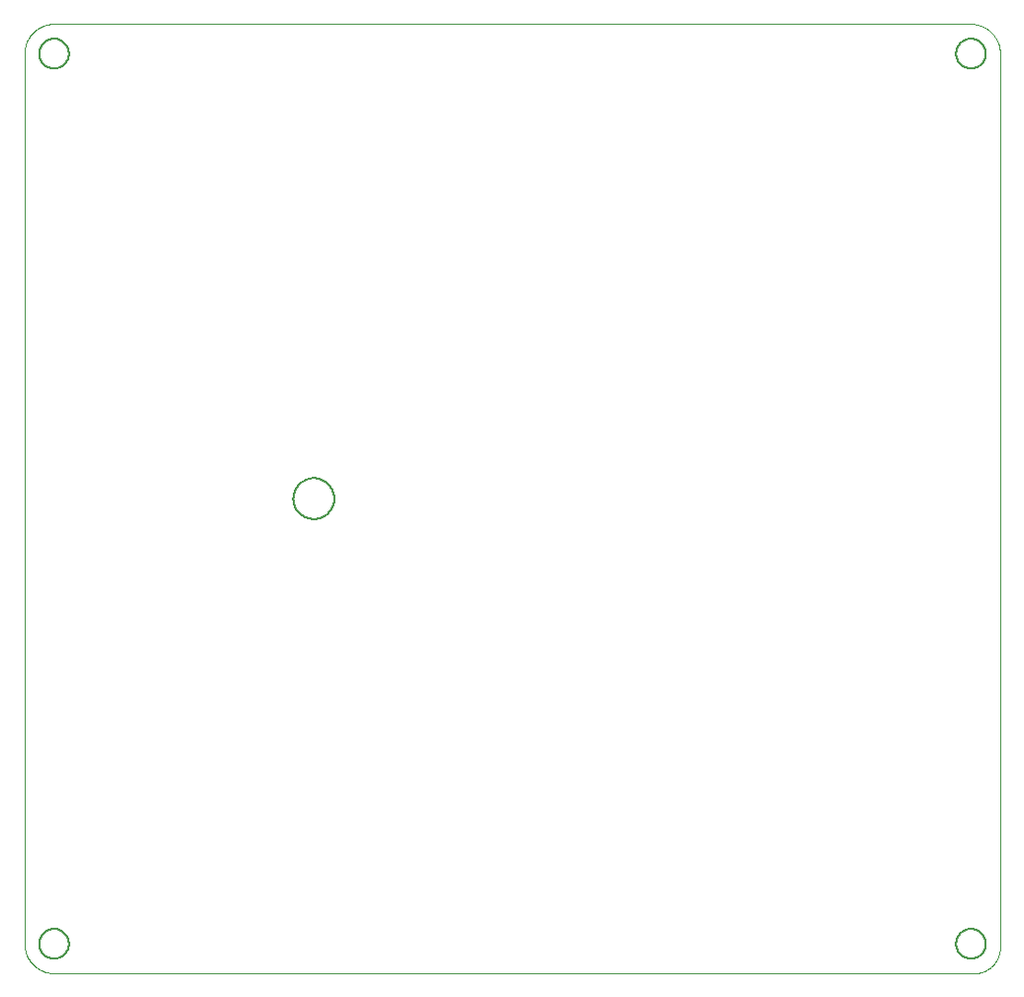
<source format=gbp>
G75*
%MOIN*%
%OFA0B0*%
%FSLAX25Y25*%
%IPPOS*%
%LPD*%
%AMOC8*
5,1,8,0,0,1.08239X$1,22.5*
%
%ADD10C,0.00000*%
%ADD11C,0.00600*%
D10*
X0013520Y0011600D02*
X0013520Y0311561D01*
X0013523Y0311803D01*
X0013532Y0312044D01*
X0013546Y0312285D01*
X0013567Y0312526D01*
X0013593Y0312766D01*
X0013625Y0313006D01*
X0013663Y0313245D01*
X0013706Y0313482D01*
X0013756Y0313719D01*
X0013811Y0313954D01*
X0013871Y0314188D01*
X0013938Y0314420D01*
X0014009Y0314651D01*
X0014087Y0314880D01*
X0014170Y0315107D01*
X0014258Y0315332D01*
X0014352Y0315555D01*
X0014451Y0315775D01*
X0014556Y0315993D01*
X0014665Y0316208D01*
X0014780Y0316421D01*
X0014900Y0316631D01*
X0015025Y0316837D01*
X0015155Y0317041D01*
X0015290Y0317242D01*
X0015430Y0317439D01*
X0015574Y0317633D01*
X0015723Y0317823D01*
X0015877Y0318009D01*
X0016035Y0318192D01*
X0016197Y0318371D01*
X0016364Y0318546D01*
X0016535Y0318717D01*
X0016710Y0318884D01*
X0016889Y0319046D01*
X0017072Y0319204D01*
X0017258Y0319358D01*
X0017448Y0319507D01*
X0017642Y0319651D01*
X0017839Y0319791D01*
X0018040Y0319926D01*
X0018244Y0320056D01*
X0018450Y0320181D01*
X0018660Y0320301D01*
X0018873Y0320416D01*
X0019088Y0320525D01*
X0019306Y0320630D01*
X0019526Y0320729D01*
X0019749Y0320823D01*
X0019974Y0320911D01*
X0020201Y0320994D01*
X0020430Y0321072D01*
X0020661Y0321143D01*
X0020893Y0321210D01*
X0021127Y0321270D01*
X0021362Y0321325D01*
X0021599Y0321375D01*
X0021836Y0321418D01*
X0022075Y0321456D01*
X0022315Y0321488D01*
X0022555Y0321514D01*
X0022796Y0321535D01*
X0023037Y0321549D01*
X0023278Y0321558D01*
X0023520Y0321561D01*
X0332260Y0321561D01*
X0332501Y0321558D01*
X0332741Y0321549D01*
X0332982Y0321535D01*
X0333221Y0321514D01*
X0333461Y0321488D01*
X0333699Y0321456D01*
X0333937Y0321419D01*
X0334174Y0321375D01*
X0334409Y0321326D01*
X0334644Y0321272D01*
X0334877Y0321211D01*
X0335108Y0321145D01*
X0335338Y0321073D01*
X0335566Y0320996D01*
X0335792Y0320914D01*
X0336016Y0320826D01*
X0336238Y0320732D01*
X0336458Y0320633D01*
X0336675Y0320529D01*
X0336889Y0320420D01*
X0337101Y0320306D01*
X0337310Y0320186D01*
X0337516Y0320062D01*
X0337719Y0319932D01*
X0337918Y0319798D01*
X0338115Y0319659D01*
X0338308Y0319515D01*
X0338497Y0319366D01*
X0338683Y0319213D01*
X0338865Y0319056D01*
X0339044Y0318894D01*
X0339218Y0318728D01*
X0339388Y0318558D01*
X0339554Y0318384D01*
X0339716Y0318205D01*
X0339873Y0318023D01*
X0340026Y0317837D01*
X0340175Y0317648D01*
X0340319Y0317455D01*
X0340458Y0317258D01*
X0340592Y0317059D01*
X0340722Y0316856D01*
X0340846Y0316650D01*
X0340966Y0316441D01*
X0341080Y0316229D01*
X0341189Y0316015D01*
X0341293Y0315798D01*
X0341392Y0315578D01*
X0341486Y0315356D01*
X0341574Y0315132D01*
X0341656Y0314906D01*
X0341733Y0314678D01*
X0341805Y0314448D01*
X0341871Y0314217D01*
X0341932Y0313984D01*
X0341986Y0313749D01*
X0342035Y0313514D01*
X0342079Y0313277D01*
X0342116Y0313039D01*
X0342148Y0312801D01*
X0342174Y0312561D01*
X0342195Y0312322D01*
X0342209Y0312081D01*
X0342218Y0311841D01*
X0342221Y0311600D01*
X0342220Y0311600D02*
X0342220Y0010301D01*
X0342221Y0010301D02*
X0342218Y0010091D01*
X0342211Y0009881D01*
X0342198Y0009671D01*
X0342180Y0009461D01*
X0342158Y0009252D01*
X0342130Y0009044D01*
X0342097Y0008836D01*
X0342059Y0008629D01*
X0342016Y0008423D01*
X0341968Y0008219D01*
X0341915Y0008015D01*
X0341858Y0007813D01*
X0341795Y0007612D01*
X0341728Y0007413D01*
X0341656Y0007216D01*
X0341579Y0007020D01*
X0341497Y0006826D01*
X0341411Y0006634D01*
X0341320Y0006445D01*
X0341224Y0006257D01*
X0341124Y0006072D01*
X0341020Y0005890D01*
X0340911Y0005710D01*
X0340798Y0005533D01*
X0340681Y0005358D01*
X0340559Y0005187D01*
X0340434Y0005018D01*
X0340304Y0004853D01*
X0340170Y0004690D01*
X0340033Y0004531D01*
X0339891Y0004375D01*
X0339746Y0004223D01*
X0339598Y0004075D01*
X0339446Y0003930D01*
X0339290Y0003788D01*
X0339131Y0003651D01*
X0338968Y0003517D01*
X0338803Y0003387D01*
X0338634Y0003262D01*
X0338463Y0003140D01*
X0338288Y0003023D01*
X0338111Y0002910D01*
X0337931Y0002801D01*
X0337749Y0002697D01*
X0337564Y0002597D01*
X0337376Y0002501D01*
X0337187Y0002410D01*
X0336995Y0002324D01*
X0336801Y0002242D01*
X0336605Y0002165D01*
X0336408Y0002093D01*
X0336209Y0002026D01*
X0336008Y0001963D01*
X0335806Y0001906D01*
X0335602Y0001853D01*
X0335398Y0001805D01*
X0335192Y0001762D01*
X0334985Y0001724D01*
X0334777Y0001691D01*
X0334569Y0001663D01*
X0334360Y0001641D01*
X0334150Y0001623D01*
X0333940Y0001610D01*
X0333730Y0001603D01*
X0333520Y0001600D01*
X0023520Y0001600D01*
X0023278Y0001603D01*
X0023037Y0001612D01*
X0022796Y0001626D01*
X0022555Y0001647D01*
X0022315Y0001673D01*
X0022075Y0001705D01*
X0021836Y0001743D01*
X0021599Y0001786D01*
X0021362Y0001836D01*
X0021127Y0001891D01*
X0020893Y0001951D01*
X0020661Y0002018D01*
X0020430Y0002089D01*
X0020201Y0002167D01*
X0019974Y0002250D01*
X0019749Y0002338D01*
X0019526Y0002432D01*
X0019306Y0002531D01*
X0019088Y0002636D01*
X0018873Y0002745D01*
X0018660Y0002860D01*
X0018450Y0002980D01*
X0018244Y0003105D01*
X0018040Y0003235D01*
X0017839Y0003370D01*
X0017642Y0003510D01*
X0017448Y0003654D01*
X0017258Y0003803D01*
X0017072Y0003957D01*
X0016889Y0004115D01*
X0016710Y0004277D01*
X0016535Y0004444D01*
X0016364Y0004615D01*
X0016197Y0004790D01*
X0016035Y0004969D01*
X0015877Y0005152D01*
X0015723Y0005338D01*
X0015574Y0005528D01*
X0015430Y0005722D01*
X0015290Y0005919D01*
X0015155Y0006120D01*
X0015025Y0006324D01*
X0014900Y0006530D01*
X0014780Y0006740D01*
X0014665Y0006953D01*
X0014556Y0007168D01*
X0014451Y0007386D01*
X0014352Y0007606D01*
X0014258Y0007829D01*
X0014170Y0008054D01*
X0014087Y0008281D01*
X0014009Y0008510D01*
X0013938Y0008741D01*
X0013871Y0008973D01*
X0013811Y0009207D01*
X0013756Y0009442D01*
X0013706Y0009679D01*
X0013663Y0009916D01*
X0013625Y0010155D01*
X0013593Y0010395D01*
X0013567Y0010635D01*
X0013546Y0010876D01*
X0013532Y0011117D01*
X0013523Y0011358D01*
X0013520Y0011600D01*
D11*
X0018520Y0011600D02*
X0018522Y0011741D01*
X0018528Y0011882D01*
X0018538Y0012022D01*
X0018552Y0012162D01*
X0018570Y0012302D01*
X0018591Y0012441D01*
X0018617Y0012580D01*
X0018646Y0012718D01*
X0018680Y0012854D01*
X0018717Y0012990D01*
X0018758Y0013125D01*
X0018803Y0013259D01*
X0018852Y0013391D01*
X0018904Y0013522D01*
X0018960Y0013651D01*
X0019020Y0013778D01*
X0019083Y0013904D01*
X0019149Y0014028D01*
X0019220Y0014151D01*
X0019293Y0014271D01*
X0019370Y0014389D01*
X0019450Y0014505D01*
X0019534Y0014618D01*
X0019620Y0014729D01*
X0019710Y0014838D01*
X0019803Y0014944D01*
X0019898Y0015047D01*
X0019997Y0015148D01*
X0020098Y0015246D01*
X0020202Y0015341D01*
X0020309Y0015433D01*
X0020418Y0015522D01*
X0020530Y0015607D01*
X0020644Y0015690D01*
X0020760Y0015770D01*
X0020879Y0015846D01*
X0021000Y0015918D01*
X0021122Y0015988D01*
X0021247Y0016053D01*
X0021373Y0016116D01*
X0021501Y0016174D01*
X0021631Y0016229D01*
X0021762Y0016281D01*
X0021895Y0016328D01*
X0022029Y0016372D01*
X0022164Y0016413D01*
X0022300Y0016449D01*
X0022437Y0016481D01*
X0022575Y0016510D01*
X0022713Y0016535D01*
X0022853Y0016555D01*
X0022993Y0016572D01*
X0023133Y0016585D01*
X0023274Y0016594D01*
X0023414Y0016599D01*
X0023555Y0016600D01*
X0023696Y0016597D01*
X0023837Y0016590D01*
X0023977Y0016579D01*
X0024117Y0016564D01*
X0024257Y0016545D01*
X0024396Y0016523D01*
X0024534Y0016496D01*
X0024672Y0016466D01*
X0024808Y0016431D01*
X0024944Y0016393D01*
X0025078Y0016351D01*
X0025212Y0016305D01*
X0025344Y0016256D01*
X0025474Y0016202D01*
X0025603Y0016145D01*
X0025730Y0016085D01*
X0025856Y0016021D01*
X0025979Y0015953D01*
X0026101Y0015882D01*
X0026221Y0015808D01*
X0026338Y0015730D01*
X0026453Y0015649D01*
X0026566Y0015565D01*
X0026677Y0015478D01*
X0026785Y0015387D01*
X0026890Y0015294D01*
X0026993Y0015197D01*
X0027093Y0015098D01*
X0027190Y0014996D01*
X0027284Y0014891D01*
X0027375Y0014784D01*
X0027463Y0014674D01*
X0027548Y0014562D01*
X0027630Y0014447D01*
X0027709Y0014330D01*
X0027784Y0014211D01*
X0027856Y0014090D01*
X0027924Y0013967D01*
X0027989Y0013842D01*
X0028051Y0013715D01*
X0028108Y0013586D01*
X0028163Y0013456D01*
X0028213Y0013325D01*
X0028260Y0013192D01*
X0028303Y0013058D01*
X0028342Y0012922D01*
X0028377Y0012786D01*
X0028409Y0012649D01*
X0028436Y0012511D01*
X0028460Y0012372D01*
X0028480Y0012232D01*
X0028496Y0012092D01*
X0028508Y0011952D01*
X0028516Y0011811D01*
X0028520Y0011670D01*
X0028520Y0011530D01*
X0028516Y0011389D01*
X0028508Y0011248D01*
X0028496Y0011108D01*
X0028480Y0010968D01*
X0028460Y0010828D01*
X0028436Y0010689D01*
X0028409Y0010551D01*
X0028377Y0010414D01*
X0028342Y0010278D01*
X0028303Y0010142D01*
X0028260Y0010008D01*
X0028213Y0009875D01*
X0028163Y0009744D01*
X0028108Y0009614D01*
X0028051Y0009485D01*
X0027989Y0009358D01*
X0027924Y0009233D01*
X0027856Y0009110D01*
X0027784Y0008989D01*
X0027709Y0008870D01*
X0027630Y0008753D01*
X0027548Y0008638D01*
X0027463Y0008526D01*
X0027375Y0008416D01*
X0027284Y0008309D01*
X0027190Y0008204D01*
X0027093Y0008102D01*
X0026993Y0008003D01*
X0026890Y0007906D01*
X0026785Y0007813D01*
X0026677Y0007722D01*
X0026566Y0007635D01*
X0026453Y0007551D01*
X0026338Y0007470D01*
X0026221Y0007392D01*
X0026101Y0007318D01*
X0025979Y0007247D01*
X0025856Y0007179D01*
X0025730Y0007115D01*
X0025603Y0007055D01*
X0025474Y0006998D01*
X0025344Y0006944D01*
X0025212Y0006895D01*
X0025078Y0006849D01*
X0024944Y0006807D01*
X0024808Y0006769D01*
X0024672Y0006734D01*
X0024534Y0006704D01*
X0024396Y0006677D01*
X0024257Y0006655D01*
X0024117Y0006636D01*
X0023977Y0006621D01*
X0023837Y0006610D01*
X0023696Y0006603D01*
X0023555Y0006600D01*
X0023414Y0006601D01*
X0023274Y0006606D01*
X0023133Y0006615D01*
X0022993Y0006628D01*
X0022853Y0006645D01*
X0022713Y0006665D01*
X0022575Y0006690D01*
X0022437Y0006719D01*
X0022300Y0006751D01*
X0022164Y0006787D01*
X0022029Y0006828D01*
X0021895Y0006872D01*
X0021762Y0006919D01*
X0021631Y0006971D01*
X0021501Y0007026D01*
X0021373Y0007084D01*
X0021247Y0007147D01*
X0021122Y0007212D01*
X0021000Y0007282D01*
X0020879Y0007354D01*
X0020760Y0007430D01*
X0020644Y0007510D01*
X0020530Y0007593D01*
X0020418Y0007678D01*
X0020309Y0007767D01*
X0020202Y0007859D01*
X0020098Y0007954D01*
X0019997Y0008052D01*
X0019898Y0008153D01*
X0019803Y0008256D01*
X0019710Y0008362D01*
X0019620Y0008471D01*
X0019534Y0008582D01*
X0019450Y0008695D01*
X0019370Y0008811D01*
X0019293Y0008929D01*
X0019220Y0009049D01*
X0019149Y0009172D01*
X0019083Y0009296D01*
X0019020Y0009422D01*
X0018960Y0009549D01*
X0018904Y0009678D01*
X0018852Y0009809D01*
X0018803Y0009941D01*
X0018758Y0010075D01*
X0018717Y0010210D01*
X0018680Y0010346D01*
X0018646Y0010482D01*
X0018617Y0010620D01*
X0018591Y0010759D01*
X0018570Y0010898D01*
X0018552Y0011038D01*
X0018538Y0011178D01*
X0018528Y0011318D01*
X0018522Y0011459D01*
X0018520Y0011600D01*
X0104130Y0161600D02*
X0104132Y0161769D01*
X0104138Y0161938D01*
X0104149Y0162107D01*
X0104163Y0162275D01*
X0104182Y0162443D01*
X0104205Y0162611D01*
X0104231Y0162778D01*
X0104262Y0162944D01*
X0104297Y0163110D01*
X0104336Y0163274D01*
X0104380Y0163438D01*
X0104427Y0163600D01*
X0104478Y0163761D01*
X0104533Y0163921D01*
X0104592Y0164080D01*
X0104654Y0164237D01*
X0104721Y0164392D01*
X0104792Y0164546D01*
X0104866Y0164698D01*
X0104944Y0164848D01*
X0105025Y0164996D01*
X0105110Y0165142D01*
X0105199Y0165286D01*
X0105291Y0165428D01*
X0105387Y0165567D01*
X0105486Y0165704D01*
X0105588Y0165839D01*
X0105694Y0165971D01*
X0105803Y0166100D01*
X0105915Y0166227D01*
X0106030Y0166351D01*
X0106148Y0166472D01*
X0106269Y0166590D01*
X0106393Y0166705D01*
X0106520Y0166817D01*
X0106649Y0166926D01*
X0106781Y0167032D01*
X0106916Y0167134D01*
X0107053Y0167233D01*
X0107192Y0167329D01*
X0107334Y0167421D01*
X0107478Y0167510D01*
X0107624Y0167595D01*
X0107772Y0167676D01*
X0107922Y0167754D01*
X0108074Y0167828D01*
X0108228Y0167899D01*
X0108383Y0167966D01*
X0108540Y0168028D01*
X0108699Y0168087D01*
X0108859Y0168142D01*
X0109020Y0168193D01*
X0109182Y0168240D01*
X0109346Y0168284D01*
X0109510Y0168323D01*
X0109676Y0168358D01*
X0109842Y0168389D01*
X0110009Y0168415D01*
X0110177Y0168438D01*
X0110345Y0168457D01*
X0110513Y0168471D01*
X0110682Y0168482D01*
X0110851Y0168488D01*
X0111020Y0168490D01*
X0111189Y0168488D01*
X0111358Y0168482D01*
X0111527Y0168471D01*
X0111695Y0168457D01*
X0111863Y0168438D01*
X0112031Y0168415D01*
X0112198Y0168389D01*
X0112364Y0168358D01*
X0112530Y0168323D01*
X0112694Y0168284D01*
X0112858Y0168240D01*
X0113020Y0168193D01*
X0113181Y0168142D01*
X0113341Y0168087D01*
X0113500Y0168028D01*
X0113657Y0167966D01*
X0113812Y0167899D01*
X0113966Y0167828D01*
X0114118Y0167754D01*
X0114268Y0167676D01*
X0114416Y0167595D01*
X0114562Y0167510D01*
X0114706Y0167421D01*
X0114848Y0167329D01*
X0114987Y0167233D01*
X0115124Y0167134D01*
X0115259Y0167032D01*
X0115391Y0166926D01*
X0115520Y0166817D01*
X0115647Y0166705D01*
X0115771Y0166590D01*
X0115892Y0166472D01*
X0116010Y0166351D01*
X0116125Y0166227D01*
X0116237Y0166100D01*
X0116346Y0165971D01*
X0116452Y0165839D01*
X0116554Y0165704D01*
X0116653Y0165567D01*
X0116749Y0165428D01*
X0116841Y0165286D01*
X0116930Y0165142D01*
X0117015Y0164996D01*
X0117096Y0164848D01*
X0117174Y0164698D01*
X0117248Y0164546D01*
X0117319Y0164392D01*
X0117386Y0164237D01*
X0117448Y0164080D01*
X0117507Y0163921D01*
X0117562Y0163761D01*
X0117613Y0163600D01*
X0117660Y0163438D01*
X0117704Y0163274D01*
X0117743Y0163110D01*
X0117778Y0162944D01*
X0117809Y0162778D01*
X0117835Y0162611D01*
X0117858Y0162443D01*
X0117877Y0162275D01*
X0117891Y0162107D01*
X0117902Y0161938D01*
X0117908Y0161769D01*
X0117910Y0161600D01*
X0117908Y0161431D01*
X0117902Y0161262D01*
X0117891Y0161093D01*
X0117877Y0160925D01*
X0117858Y0160757D01*
X0117835Y0160589D01*
X0117809Y0160422D01*
X0117778Y0160256D01*
X0117743Y0160090D01*
X0117704Y0159926D01*
X0117660Y0159762D01*
X0117613Y0159600D01*
X0117562Y0159439D01*
X0117507Y0159279D01*
X0117448Y0159120D01*
X0117386Y0158963D01*
X0117319Y0158808D01*
X0117248Y0158654D01*
X0117174Y0158502D01*
X0117096Y0158352D01*
X0117015Y0158204D01*
X0116930Y0158058D01*
X0116841Y0157914D01*
X0116749Y0157772D01*
X0116653Y0157633D01*
X0116554Y0157496D01*
X0116452Y0157361D01*
X0116346Y0157229D01*
X0116237Y0157100D01*
X0116125Y0156973D01*
X0116010Y0156849D01*
X0115892Y0156728D01*
X0115771Y0156610D01*
X0115647Y0156495D01*
X0115520Y0156383D01*
X0115391Y0156274D01*
X0115259Y0156168D01*
X0115124Y0156066D01*
X0114987Y0155967D01*
X0114848Y0155871D01*
X0114706Y0155779D01*
X0114562Y0155690D01*
X0114416Y0155605D01*
X0114268Y0155524D01*
X0114118Y0155446D01*
X0113966Y0155372D01*
X0113812Y0155301D01*
X0113657Y0155234D01*
X0113500Y0155172D01*
X0113341Y0155113D01*
X0113181Y0155058D01*
X0113020Y0155007D01*
X0112858Y0154960D01*
X0112694Y0154916D01*
X0112530Y0154877D01*
X0112364Y0154842D01*
X0112198Y0154811D01*
X0112031Y0154785D01*
X0111863Y0154762D01*
X0111695Y0154743D01*
X0111527Y0154729D01*
X0111358Y0154718D01*
X0111189Y0154712D01*
X0111020Y0154710D01*
X0110851Y0154712D01*
X0110682Y0154718D01*
X0110513Y0154729D01*
X0110345Y0154743D01*
X0110177Y0154762D01*
X0110009Y0154785D01*
X0109842Y0154811D01*
X0109676Y0154842D01*
X0109510Y0154877D01*
X0109346Y0154916D01*
X0109182Y0154960D01*
X0109020Y0155007D01*
X0108859Y0155058D01*
X0108699Y0155113D01*
X0108540Y0155172D01*
X0108383Y0155234D01*
X0108228Y0155301D01*
X0108074Y0155372D01*
X0107922Y0155446D01*
X0107772Y0155524D01*
X0107624Y0155605D01*
X0107478Y0155690D01*
X0107334Y0155779D01*
X0107192Y0155871D01*
X0107053Y0155967D01*
X0106916Y0156066D01*
X0106781Y0156168D01*
X0106649Y0156274D01*
X0106520Y0156383D01*
X0106393Y0156495D01*
X0106269Y0156610D01*
X0106148Y0156728D01*
X0106030Y0156849D01*
X0105915Y0156973D01*
X0105803Y0157100D01*
X0105694Y0157229D01*
X0105588Y0157361D01*
X0105486Y0157496D01*
X0105387Y0157633D01*
X0105291Y0157772D01*
X0105199Y0157914D01*
X0105110Y0158058D01*
X0105025Y0158204D01*
X0104944Y0158352D01*
X0104866Y0158502D01*
X0104792Y0158654D01*
X0104721Y0158808D01*
X0104654Y0158963D01*
X0104592Y0159120D01*
X0104533Y0159279D01*
X0104478Y0159439D01*
X0104427Y0159600D01*
X0104380Y0159762D01*
X0104336Y0159926D01*
X0104297Y0160090D01*
X0104262Y0160256D01*
X0104231Y0160422D01*
X0104205Y0160589D01*
X0104182Y0160757D01*
X0104163Y0160925D01*
X0104149Y0161093D01*
X0104138Y0161262D01*
X0104132Y0161431D01*
X0104130Y0161600D01*
X0018520Y0311600D02*
X0018522Y0311741D01*
X0018528Y0311882D01*
X0018538Y0312022D01*
X0018552Y0312162D01*
X0018570Y0312302D01*
X0018591Y0312441D01*
X0018617Y0312580D01*
X0018646Y0312718D01*
X0018680Y0312854D01*
X0018717Y0312990D01*
X0018758Y0313125D01*
X0018803Y0313259D01*
X0018852Y0313391D01*
X0018904Y0313522D01*
X0018960Y0313651D01*
X0019020Y0313778D01*
X0019083Y0313904D01*
X0019149Y0314028D01*
X0019220Y0314151D01*
X0019293Y0314271D01*
X0019370Y0314389D01*
X0019450Y0314505D01*
X0019534Y0314618D01*
X0019620Y0314729D01*
X0019710Y0314838D01*
X0019803Y0314944D01*
X0019898Y0315047D01*
X0019997Y0315148D01*
X0020098Y0315246D01*
X0020202Y0315341D01*
X0020309Y0315433D01*
X0020418Y0315522D01*
X0020530Y0315607D01*
X0020644Y0315690D01*
X0020760Y0315770D01*
X0020879Y0315846D01*
X0021000Y0315918D01*
X0021122Y0315988D01*
X0021247Y0316053D01*
X0021373Y0316116D01*
X0021501Y0316174D01*
X0021631Y0316229D01*
X0021762Y0316281D01*
X0021895Y0316328D01*
X0022029Y0316372D01*
X0022164Y0316413D01*
X0022300Y0316449D01*
X0022437Y0316481D01*
X0022575Y0316510D01*
X0022713Y0316535D01*
X0022853Y0316555D01*
X0022993Y0316572D01*
X0023133Y0316585D01*
X0023274Y0316594D01*
X0023414Y0316599D01*
X0023555Y0316600D01*
X0023696Y0316597D01*
X0023837Y0316590D01*
X0023977Y0316579D01*
X0024117Y0316564D01*
X0024257Y0316545D01*
X0024396Y0316523D01*
X0024534Y0316496D01*
X0024672Y0316466D01*
X0024808Y0316431D01*
X0024944Y0316393D01*
X0025078Y0316351D01*
X0025212Y0316305D01*
X0025344Y0316256D01*
X0025474Y0316202D01*
X0025603Y0316145D01*
X0025730Y0316085D01*
X0025856Y0316021D01*
X0025979Y0315953D01*
X0026101Y0315882D01*
X0026221Y0315808D01*
X0026338Y0315730D01*
X0026453Y0315649D01*
X0026566Y0315565D01*
X0026677Y0315478D01*
X0026785Y0315387D01*
X0026890Y0315294D01*
X0026993Y0315197D01*
X0027093Y0315098D01*
X0027190Y0314996D01*
X0027284Y0314891D01*
X0027375Y0314784D01*
X0027463Y0314674D01*
X0027548Y0314562D01*
X0027630Y0314447D01*
X0027709Y0314330D01*
X0027784Y0314211D01*
X0027856Y0314090D01*
X0027924Y0313967D01*
X0027989Y0313842D01*
X0028051Y0313715D01*
X0028108Y0313586D01*
X0028163Y0313456D01*
X0028213Y0313325D01*
X0028260Y0313192D01*
X0028303Y0313058D01*
X0028342Y0312922D01*
X0028377Y0312786D01*
X0028409Y0312649D01*
X0028436Y0312511D01*
X0028460Y0312372D01*
X0028480Y0312232D01*
X0028496Y0312092D01*
X0028508Y0311952D01*
X0028516Y0311811D01*
X0028520Y0311670D01*
X0028520Y0311530D01*
X0028516Y0311389D01*
X0028508Y0311248D01*
X0028496Y0311108D01*
X0028480Y0310968D01*
X0028460Y0310828D01*
X0028436Y0310689D01*
X0028409Y0310551D01*
X0028377Y0310414D01*
X0028342Y0310278D01*
X0028303Y0310142D01*
X0028260Y0310008D01*
X0028213Y0309875D01*
X0028163Y0309744D01*
X0028108Y0309614D01*
X0028051Y0309485D01*
X0027989Y0309358D01*
X0027924Y0309233D01*
X0027856Y0309110D01*
X0027784Y0308989D01*
X0027709Y0308870D01*
X0027630Y0308753D01*
X0027548Y0308638D01*
X0027463Y0308526D01*
X0027375Y0308416D01*
X0027284Y0308309D01*
X0027190Y0308204D01*
X0027093Y0308102D01*
X0026993Y0308003D01*
X0026890Y0307906D01*
X0026785Y0307813D01*
X0026677Y0307722D01*
X0026566Y0307635D01*
X0026453Y0307551D01*
X0026338Y0307470D01*
X0026221Y0307392D01*
X0026101Y0307318D01*
X0025979Y0307247D01*
X0025856Y0307179D01*
X0025730Y0307115D01*
X0025603Y0307055D01*
X0025474Y0306998D01*
X0025344Y0306944D01*
X0025212Y0306895D01*
X0025078Y0306849D01*
X0024944Y0306807D01*
X0024808Y0306769D01*
X0024672Y0306734D01*
X0024534Y0306704D01*
X0024396Y0306677D01*
X0024257Y0306655D01*
X0024117Y0306636D01*
X0023977Y0306621D01*
X0023837Y0306610D01*
X0023696Y0306603D01*
X0023555Y0306600D01*
X0023414Y0306601D01*
X0023274Y0306606D01*
X0023133Y0306615D01*
X0022993Y0306628D01*
X0022853Y0306645D01*
X0022713Y0306665D01*
X0022575Y0306690D01*
X0022437Y0306719D01*
X0022300Y0306751D01*
X0022164Y0306787D01*
X0022029Y0306828D01*
X0021895Y0306872D01*
X0021762Y0306919D01*
X0021631Y0306971D01*
X0021501Y0307026D01*
X0021373Y0307084D01*
X0021247Y0307147D01*
X0021122Y0307212D01*
X0021000Y0307282D01*
X0020879Y0307354D01*
X0020760Y0307430D01*
X0020644Y0307510D01*
X0020530Y0307593D01*
X0020418Y0307678D01*
X0020309Y0307767D01*
X0020202Y0307859D01*
X0020098Y0307954D01*
X0019997Y0308052D01*
X0019898Y0308153D01*
X0019803Y0308256D01*
X0019710Y0308362D01*
X0019620Y0308471D01*
X0019534Y0308582D01*
X0019450Y0308695D01*
X0019370Y0308811D01*
X0019293Y0308929D01*
X0019220Y0309049D01*
X0019149Y0309172D01*
X0019083Y0309296D01*
X0019020Y0309422D01*
X0018960Y0309549D01*
X0018904Y0309678D01*
X0018852Y0309809D01*
X0018803Y0309941D01*
X0018758Y0310075D01*
X0018717Y0310210D01*
X0018680Y0310346D01*
X0018646Y0310482D01*
X0018617Y0310620D01*
X0018591Y0310759D01*
X0018570Y0310898D01*
X0018552Y0311038D01*
X0018538Y0311178D01*
X0018528Y0311318D01*
X0018522Y0311459D01*
X0018520Y0311600D01*
X0327417Y0311600D02*
X0327419Y0311741D01*
X0327425Y0311882D01*
X0327435Y0312022D01*
X0327449Y0312162D01*
X0327467Y0312302D01*
X0327488Y0312441D01*
X0327514Y0312580D01*
X0327543Y0312718D01*
X0327577Y0312854D01*
X0327614Y0312990D01*
X0327655Y0313125D01*
X0327700Y0313259D01*
X0327749Y0313391D01*
X0327801Y0313522D01*
X0327857Y0313651D01*
X0327917Y0313778D01*
X0327980Y0313904D01*
X0328046Y0314028D01*
X0328117Y0314151D01*
X0328190Y0314271D01*
X0328267Y0314389D01*
X0328347Y0314505D01*
X0328431Y0314618D01*
X0328517Y0314729D01*
X0328607Y0314838D01*
X0328700Y0314944D01*
X0328795Y0315047D01*
X0328894Y0315148D01*
X0328995Y0315246D01*
X0329099Y0315341D01*
X0329206Y0315433D01*
X0329315Y0315522D01*
X0329427Y0315607D01*
X0329541Y0315690D01*
X0329657Y0315770D01*
X0329776Y0315846D01*
X0329897Y0315918D01*
X0330019Y0315988D01*
X0330144Y0316053D01*
X0330270Y0316116D01*
X0330398Y0316174D01*
X0330528Y0316229D01*
X0330659Y0316281D01*
X0330792Y0316328D01*
X0330926Y0316372D01*
X0331061Y0316413D01*
X0331197Y0316449D01*
X0331334Y0316481D01*
X0331472Y0316510D01*
X0331610Y0316535D01*
X0331750Y0316555D01*
X0331890Y0316572D01*
X0332030Y0316585D01*
X0332171Y0316594D01*
X0332311Y0316599D01*
X0332452Y0316600D01*
X0332593Y0316597D01*
X0332734Y0316590D01*
X0332874Y0316579D01*
X0333014Y0316564D01*
X0333154Y0316545D01*
X0333293Y0316523D01*
X0333431Y0316496D01*
X0333569Y0316466D01*
X0333705Y0316431D01*
X0333841Y0316393D01*
X0333975Y0316351D01*
X0334109Y0316305D01*
X0334241Y0316256D01*
X0334371Y0316202D01*
X0334500Y0316145D01*
X0334627Y0316085D01*
X0334753Y0316021D01*
X0334876Y0315953D01*
X0334998Y0315882D01*
X0335118Y0315808D01*
X0335235Y0315730D01*
X0335350Y0315649D01*
X0335463Y0315565D01*
X0335574Y0315478D01*
X0335682Y0315387D01*
X0335787Y0315294D01*
X0335890Y0315197D01*
X0335990Y0315098D01*
X0336087Y0314996D01*
X0336181Y0314891D01*
X0336272Y0314784D01*
X0336360Y0314674D01*
X0336445Y0314562D01*
X0336527Y0314447D01*
X0336606Y0314330D01*
X0336681Y0314211D01*
X0336753Y0314090D01*
X0336821Y0313967D01*
X0336886Y0313842D01*
X0336948Y0313715D01*
X0337005Y0313586D01*
X0337060Y0313456D01*
X0337110Y0313325D01*
X0337157Y0313192D01*
X0337200Y0313058D01*
X0337239Y0312922D01*
X0337274Y0312786D01*
X0337306Y0312649D01*
X0337333Y0312511D01*
X0337357Y0312372D01*
X0337377Y0312232D01*
X0337393Y0312092D01*
X0337405Y0311952D01*
X0337413Y0311811D01*
X0337417Y0311670D01*
X0337417Y0311530D01*
X0337413Y0311389D01*
X0337405Y0311248D01*
X0337393Y0311108D01*
X0337377Y0310968D01*
X0337357Y0310828D01*
X0337333Y0310689D01*
X0337306Y0310551D01*
X0337274Y0310414D01*
X0337239Y0310278D01*
X0337200Y0310142D01*
X0337157Y0310008D01*
X0337110Y0309875D01*
X0337060Y0309744D01*
X0337005Y0309614D01*
X0336948Y0309485D01*
X0336886Y0309358D01*
X0336821Y0309233D01*
X0336753Y0309110D01*
X0336681Y0308989D01*
X0336606Y0308870D01*
X0336527Y0308753D01*
X0336445Y0308638D01*
X0336360Y0308526D01*
X0336272Y0308416D01*
X0336181Y0308309D01*
X0336087Y0308204D01*
X0335990Y0308102D01*
X0335890Y0308003D01*
X0335787Y0307906D01*
X0335682Y0307813D01*
X0335574Y0307722D01*
X0335463Y0307635D01*
X0335350Y0307551D01*
X0335235Y0307470D01*
X0335118Y0307392D01*
X0334998Y0307318D01*
X0334876Y0307247D01*
X0334753Y0307179D01*
X0334627Y0307115D01*
X0334500Y0307055D01*
X0334371Y0306998D01*
X0334241Y0306944D01*
X0334109Y0306895D01*
X0333975Y0306849D01*
X0333841Y0306807D01*
X0333705Y0306769D01*
X0333569Y0306734D01*
X0333431Y0306704D01*
X0333293Y0306677D01*
X0333154Y0306655D01*
X0333014Y0306636D01*
X0332874Y0306621D01*
X0332734Y0306610D01*
X0332593Y0306603D01*
X0332452Y0306600D01*
X0332311Y0306601D01*
X0332171Y0306606D01*
X0332030Y0306615D01*
X0331890Y0306628D01*
X0331750Y0306645D01*
X0331610Y0306665D01*
X0331472Y0306690D01*
X0331334Y0306719D01*
X0331197Y0306751D01*
X0331061Y0306787D01*
X0330926Y0306828D01*
X0330792Y0306872D01*
X0330659Y0306919D01*
X0330528Y0306971D01*
X0330398Y0307026D01*
X0330270Y0307084D01*
X0330144Y0307147D01*
X0330019Y0307212D01*
X0329897Y0307282D01*
X0329776Y0307354D01*
X0329657Y0307430D01*
X0329541Y0307510D01*
X0329427Y0307593D01*
X0329315Y0307678D01*
X0329206Y0307767D01*
X0329099Y0307859D01*
X0328995Y0307954D01*
X0328894Y0308052D01*
X0328795Y0308153D01*
X0328700Y0308256D01*
X0328607Y0308362D01*
X0328517Y0308471D01*
X0328431Y0308582D01*
X0328347Y0308695D01*
X0328267Y0308811D01*
X0328190Y0308929D01*
X0328117Y0309049D01*
X0328046Y0309172D01*
X0327980Y0309296D01*
X0327917Y0309422D01*
X0327857Y0309549D01*
X0327801Y0309678D01*
X0327749Y0309809D01*
X0327700Y0309941D01*
X0327655Y0310075D01*
X0327614Y0310210D01*
X0327577Y0310346D01*
X0327543Y0310482D01*
X0327514Y0310620D01*
X0327488Y0310759D01*
X0327467Y0310898D01*
X0327449Y0311038D01*
X0327435Y0311178D01*
X0327425Y0311318D01*
X0327419Y0311459D01*
X0327417Y0311600D01*
X0327417Y0011600D02*
X0327419Y0011741D01*
X0327425Y0011882D01*
X0327435Y0012022D01*
X0327449Y0012162D01*
X0327467Y0012302D01*
X0327488Y0012441D01*
X0327514Y0012580D01*
X0327543Y0012718D01*
X0327577Y0012854D01*
X0327614Y0012990D01*
X0327655Y0013125D01*
X0327700Y0013259D01*
X0327749Y0013391D01*
X0327801Y0013522D01*
X0327857Y0013651D01*
X0327917Y0013778D01*
X0327980Y0013904D01*
X0328046Y0014028D01*
X0328117Y0014151D01*
X0328190Y0014271D01*
X0328267Y0014389D01*
X0328347Y0014505D01*
X0328431Y0014618D01*
X0328517Y0014729D01*
X0328607Y0014838D01*
X0328700Y0014944D01*
X0328795Y0015047D01*
X0328894Y0015148D01*
X0328995Y0015246D01*
X0329099Y0015341D01*
X0329206Y0015433D01*
X0329315Y0015522D01*
X0329427Y0015607D01*
X0329541Y0015690D01*
X0329657Y0015770D01*
X0329776Y0015846D01*
X0329897Y0015918D01*
X0330019Y0015988D01*
X0330144Y0016053D01*
X0330270Y0016116D01*
X0330398Y0016174D01*
X0330528Y0016229D01*
X0330659Y0016281D01*
X0330792Y0016328D01*
X0330926Y0016372D01*
X0331061Y0016413D01*
X0331197Y0016449D01*
X0331334Y0016481D01*
X0331472Y0016510D01*
X0331610Y0016535D01*
X0331750Y0016555D01*
X0331890Y0016572D01*
X0332030Y0016585D01*
X0332171Y0016594D01*
X0332311Y0016599D01*
X0332452Y0016600D01*
X0332593Y0016597D01*
X0332734Y0016590D01*
X0332874Y0016579D01*
X0333014Y0016564D01*
X0333154Y0016545D01*
X0333293Y0016523D01*
X0333431Y0016496D01*
X0333569Y0016466D01*
X0333705Y0016431D01*
X0333841Y0016393D01*
X0333975Y0016351D01*
X0334109Y0016305D01*
X0334241Y0016256D01*
X0334371Y0016202D01*
X0334500Y0016145D01*
X0334627Y0016085D01*
X0334753Y0016021D01*
X0334876Y0015953D01*
X0334998Y0015882D01*
X0335118Y0015808D01*
X0335235Y0015730D01*
X0335350Y0015649D01*
X0335463Y0015565D01*
X0335574Y0015478D01*
X0335682Y0015387D01*
X0335787Y0015294D01*
X0335890Y0015197D01*
X0335990Y0015098D01*
X0336087Y0014996D01*
X0336181Y0014891D01*
X0336272Y0014784D01*
X0336360Y0014674D01*
X0336445Y0014562D01*
X0336527Y0014447D01*
X0336606Y0014330D01*
X0336681Y0014211D01*
X0336753Y0014090D01*
X0336821Y0013967D01*
X0336886Y0013842D01*
X0336948Y0013715D01*
X0337005Y0013586D01*
X0337060Y0013456D01*
X0337110Y0013325D01*
X0337157Y0013192D01*
X0337200Y0013058D01*
X0337239Y0012922D01*
X0337274Y0012786D01*
X0337306Y0012649D01*
X0337333Y0012511D01*
X0337357Y0012372D01*
X0337377Y0012232D01*
X0337393Y0012092D01*
X0337405Y0011952D01*
X0337413Y0011811D01*
X0337417Y0011670D01*
X0337417Y0011530D01*
X0337413Y0011389D01*
X0337405Y0011248D01*
X0337393Y0011108D01*
X0337377Y0010968D01*
X0337357Y0010828D01*
X0337333Y0010689D01*
X0337306Y0010551D01*
X0337274Y0010414D01*
X0337239Y0010278D01*
X0337200Y0010142D01*
X0337157Y0010008D01*
X0337110Y0009875D01*
X0337060Y0009744D01*
X0337005Y0009614D01*
X0336948Y0009485D01*
X0336886Y0009358D01*
X0336821Y0009233D01*
X0336753Y0009110D01*
X0336681Y0008989D01*
X0336606Y0008870D01*
X0336527Y0008753D01*
X0336445Y0008638D01*
X0336360Y0008526D01*
X0336272Y0008416D01*
X0336181Y0008309D01*
X0336087Y0008204D01*
X0335990Y0008102D01*
X0335890Y0008003D01*
X0335787Y0007906D01*
X0335682Y0007813D01*
X0335574Y0007722D01*
X0335463Y0007635D01*
X0335350Y0007551D01*
X0335235Y0007470D01*
X0335118Y0007392D01*
X0334998Y0007318D01*
X0334876Y0007247D01*
X0334753Y0007179D01*
X0334627Y0007115D01*
X0334500Y0007055D01*
X0334371Y0006998D01*
X0334241Y0006944D01*
X0334109Y0006895D01*
X0333975Y0006849D01*
X0333841Y0006807D01*
X0333705Y0006769D01*
X0333569Y0006734D01*
X0333431Y0006704D01*
X0333293Y0006677D01*
X0333154Y0006655D01*
X0333014Y0006636D01*
X0332874Y0006621D01*
X0332734Y0006610D01*
X0332593Y0006603D01*
X0332452Y0006600D01*
X0332311Y0006601D01*
X0332171Y0006606D01*
X0332030Y0006615D01*
X0331890Y0006628D01*
X0331750Y0006645D01*
X0331610Y0006665D01*
X0331472Y0006690D01*
X0331334Y0006719D01*
X0331197Y0006751D01*
X0331061Y0006787D01*
X0330926Y0006828D01*
X0330792Y0006872D01*
X0330659Y0006919D01*
X0330528Y0006971D01*
X0330398Y0007026D01*
X0330270Y0007084D01*
X0330144Y0007147D01*
X0330019Y0007212D01*
X0329897Y0007282D01*
X0329776Y0007354D01*
X0329657Y0007430D01*
X0329541Y0007510D01*
X0329427Y0007593D01*
X0329315Y0007678D01*
X0329206Y0007767D01*
X0329099Y0007859D01*
X0328995Y0007954D01*
X0328894Y0008052D01*
X0328795Y0008153D01*
X0328700Y0008256D01*
X0328607Y0008362D01*
X0328517Y0008471D01*
X0328431Y0008582D01*
X0328347Y0008695D01*
X0328267Y0008811D01*
X0328190Y0008929D01*
X0328117Y0009049D01*
X0328046Y0009172D01*
X0327980Y0009296D01*
X0327917Y0009422D01*
X0327857Y0009549D01*
X0327801Y0009678D01*
X0327749Y0009809D01*
X0327700Y0009941D01*
X0327655Y0010075D01*
X0327614Y0010210D01*
X0327577Y0010346D01*
X0327543Y0010482D01*
X0327514Y0010620D01*
X0327488Y0010759D01*
X0327467Y0010898D01*
X0327449Y0011038D01*
X0327435Y0011178D01*
X0327425Y0011318D01*
X0327419Y0011459D01*
X0327417Y0011600D01*
M02*

</source>
